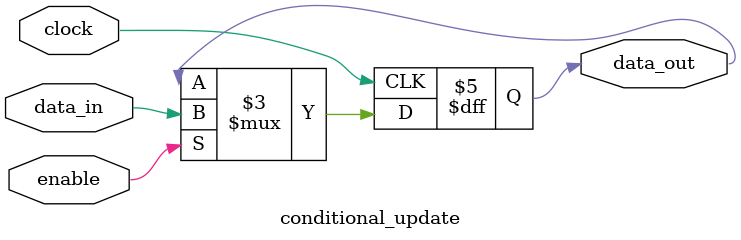
<source format=sv>
module d_ff_enable #(
    parameter RESET_VALUE = 1'b0
)(
    input  wire       clock,    // System clock
    input  wire       enable,   // Enable signal
    input  wire       data_in,  // Input data
    output wire       data_out  // Output data
);
    
    // Internal interface signals
    wire stage1_enable;
    wire stage1_data;
    
    // Instantiate pipeline stages
    pipeline_register #(
        .WIDTH(2)
    ) input_stage (
        .clock     (clock),
        .data_in   ({enable, data_in}),
        .data_out  ({stage1_enable, stage1_data})
    );
    
    // Instantiate conditional update module
    conditional_update #(
        .RESET_VALUE(RESET_VALUE)
    ) update_stage (
        .clock      (clock),
        .enable     (stage1_enable),
        .data_in    (stage1_data),
        .data_out   (data_out)
    );

endmodule

// Generic pipeline register module
module pipeline_register #(
    parameter WIDTH = 1
)(
    input  wire                clock,
    input  wire [WIDTH-1:0]    data_in,
    output reg  [WIDTH-1:0]    data_out
);

    always @(posedge clock) begin
        data_out <= data_in;
    end

endmodule

// Conditional data update module
module conditional_update #(
    parameter RESET_VALUE = 1'b0
)(
    input  wire       clock,
    input  wire       enable,
    input  wire       data_in,
    output reg        data_out
);

    // Initialize with reset value
    initial begin
        data_out = RESET_VALUE;
    end

    always @(posedge clock) begin
        if (enable)
            data_out <= data_in;
    end

endmodule
</source>
